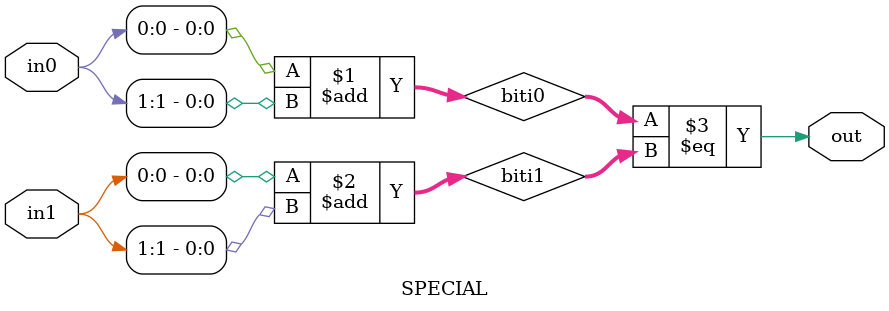
<source format=v>
module SPECIAL(input[1:0] in0, input[1:0] in1, output out);
	wire[1:0] biti0;
	wire[1:0] biti1;
	
	assign biti0 = in0[0] + in0[1];
	assign biti1 = in1[0] + in1[1];
	assign out = (biti0 == biti1);
endmodule
</source>
